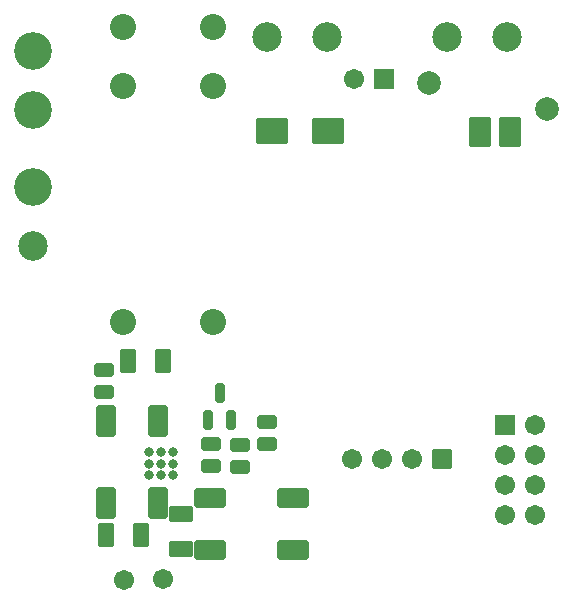
<source format=gts>
G04 Layer_Color=8388736*
%FSLAX25Y25*%
%MOIN*%
G70*
G01*
G75*
%ADD58C,0.12611*%
%ADD59C,0.06706*%
G04:AMPARAMS|DCode=60|XSize=31.62mil|YSize=65.09mil|CornerRadius=5.18mil|HoleSize=0mil|Usage=FLASHONLY|Rotation=180.000|XOffset=0mil|YOffset=0mil|HoleType=Round|Shape=RoundedRectangle|*
%AMROUNDEDRECTD60*
21,1,0.03162,0.05472,0,0,180.0*
21,1,0.02126,0.06509,0,0,180.0*
1,1,0.01036,-0.01063,0.02736*
1,1,0.01036,0.01063,0.02736*
1,1,0.01036,0.01063,-0.02736*
1,1,0.01036,-0.01063,-0.02736*
%
%ADD60ROUNDEDRECTD60*%
G04:AMPARAMS|DCode=61|XSize=106.42mil|YSize=67.06mil|CornerRadius=6.95mil|HoleSize=0mil|Usage=FLASHONLY|Rotation=180.000|XOffset=0mil|YOffset=0mil|HoleType=Round|Shape=RoundedRectangle|*
%AMROUNDEDRECTD61*
21,1,0.10642,0.05315,0,0,180.0*
21,1,0.09252,0.06706,0,0,180.0*
1,1,0.01391,-0.04626,0.02657*
1,1,0.01391,0.04626,0.02657*
1,1,0.01391,0.04626,-0.02657*
1,1,0.01391,-0.04626,-0.02657*
%
%ADD61ROUNDEDRECTD61*%
G04:AMPARAMS|DCode=62|XSize=106.42mil|YSize=67.06mil|CornerRadius=6.95mil|HoleSize=0mil|Usage=FLASHONLY|Rotation=90.000|XOffset=0mil|YOffset=0mil|HoleType=Round|Shape=RoundedRectangle|*
%AMROUNDEDRECTD62*
21,1,0.10642,0.05315,0,0,90.0*
21,1,0.09252,0.06706,0,0,90.0*
1,1,0.01391,0.02657,0.04626*
1,1,0.01391,0.02657,-0.04626*
1,1,0.01391,-0.02657,-0.04626*
1,1,0.01391,-0.02657,0.04626*
%
%ADD62ROUNDEDRECTD62*%
G04:AMPARAMS|DCode=63|XSize=47.37mil|YSize=63.91mil|CornerRadius=5.97mil|HoleSize=0mil|Usage=FLASHONLY|Rotation=270.000|XOffset=0mil|YOffset=0mil|HoleType=Round|Shape=RoundedRectangle|*
%AMROUNDEDRECTD63*
21,1,0.04737,0.05197,0,0,270.0*
21,1,0.03543,0.06391,0,0,270.0*
1,1,0.01194,-0.02598,-0.01772*
1,1,0.01194,-0.02598,0.01772*
1,1,0.01194,0.02598,0.01772*
1,1,0.01194,0.02598,-0.01772*
%
%ADD63ROUNDEDRECTD63*%
G04:AMPARAMS|DCode=64|XSize=53.67mil|YSize=79.65mil|CornerRadius=6.28mil|HoleSize=0mil|Usage=FLASHONLY|Rotation=0.000|XOffset=0mil|YOffset=0mil|HoleType=Round|Shape=RoundedRectangle|*
%AMROUNDEDRECTD64*
21,1,0.05367,0.06709,0,0,0.0*
21,1,0.04110,0.07965,0,0,0.0*
1,1,0.01257,0.02055,-0.03354*
1,1,0.01257,-0.02055,-0.03354*
1,1,0.01257,-0.02055,0.03354*
1,1,0.01257,0.02055,0.03354*
%
%ADD64ROUNDEDRECTD64*%
G04:AMPARAMS|DCode=65|XSize=53.67mil|YSize=79.65mil|CornerRadius=6.28mil|HoleSize=0mil|Usage=FLASHONLY|Rotation=90.000|XOffset=0mil|YOffset=0mil|HoleType=Round|Shape=RoundedRectangle|*
%AMROUNDEDRECTD65*
21,1,0.05367,0.06709,0,0,90.0*
21,1,0.04110,0.07965,0,0,90.0*
1,1,0.01257,0.03354,0.02055*
1,1,0.01257,0.03354,-0.02055*
1,1,0.01257,-0.03354,-0.02055*
1,1,0.01257,-0.03354,0.02055*
%
%ADD65ROUNDEDRECTD65*%
%ADD66R,0.06706X0.06706*%
%ADD67R,0.06706X0.06706*%
%ADD68C,0.06737*%
G04:AMPARAMS|DCode=69|XSize=67.37mil|YSize=67.37mil|CornerRadius=6.97mil|HoleSize=0mil|Usage=FLASHONLY|Rotation=180.000|XOffset=0mil|YOffset=0mil|HoleType=Round|Shape=RoundedRectangle|*
%AMROUNDEDRECTD69*
21,1,0.06737,0.05343,0,0,180.0*
21,1,0.05343,0.06737,0,0,180.0*
1,1,0.01394,-0.02672,0.02672*
1,1,0.01394,0.02672,0.02672*
1,1,0.01394,0.02672,-0.02672*
1,1,0.01394,-0.02672,-0.02672*
%
%ADD69ROUNDEDRECTD69*%
%ADD70C,0.07887*%
%ADD71C,0.09855*%
G04:AMPARAMS|DCode=72|XSize=74.93mil|YSize=98.55mil|CornerRadius=5.67mil|HoleSize=0mil|Usage=FLASHONLY|Rotation=180.000|XOffset=0mil|YOffset=0mil|HoleType=Round|Shape=RoundedRectangle|*
%AMROUNDEDRECTD72*
21,1,0.07493,0.08721,0,0,180.0*
21,1,0.06358,0.09855,0,0,180.0*
1,1,0.01135,-0.03179,0.04360*
1,1,0.01135,0.03179,0.04360*
1,1,0.01135,0.03179,-0.04360*
1,1,0.01135,-0.03179,-0.04360*
%
%ADD72ROUNDEDRECTD72*%
G04:AMPARAMS|DCode=73|XSize=106.42mil|YSize=86.74mil|CornerRadius=5.97mil|HoleSize=0mil|Usage=FLASHONLY|Rotation=180.000|XOffset=0mil|YOffset=0mil|HoleType=Round|Shape=RoundedRectangle|*
%AMROUNDEDRECTD73*
21,1,0.10642,0.07480,0,0,180.0*
21,1,0.09449,0.08674,0,0,180.0*
1,1,0.01194,-0.04724,0.03740*
1,1,0.01194,0.04724,0.03740*
1,1,0.01194,0.04724,-0.03740*
1,1,0.01194,-0.04724,-0.03740*
%
%ADD73ROUNDEDRECTD73*%
%ADD74C,0.08674*%
%ADD75C,0.03162*%
D58*
X132000Y310685D02*
D03*
Y291000D02*
D03*
X131812Y265337D02*
D03*
D59*
X162205Y134350D02*
D03*
X175197Y134449D02*
D03*
X238819Y301279D02*
D03*
X289370Y175984D02*
D03*
Y165984D02*
D03*
Y155984D02*
D03*
X299370Y185984D02*
D03*
Y175984D02*
D03*
Y165984D02*
D03*
Y155984D02*
D03*
D60*
X190453Y187402D02*
D03*
X197933D02*
D03*
X194193Y196653D02*
D03*
D61*
X218504Y144095D02*
D03*
Y161417D02*
D03*
X190945D02*
D03*
Y144095D02*
D03*
D62*
X156299Y159744D02*
D03*
X173622D02*
D03*
Y187303D02*
D03*
X156299D02*
D03*
D63*
X155760Y204362D02*
D03*
Y197000D02*
D03*
X210067Y186862D02*
D03*
Y179500D02*
D03*
X200839Y179362D02*
D03*
Y172000D02*
D03*
X191386Y172114D02*
D03*
Y179476D02*
D03*
D64*
X175345Y207333D02*
D03*
X163731D02*
D03*
X167963Y149164D02*
D03*
X156349D02*
D03*
D65*
X181348Y156152D02*
D03*
Y144538D02*
D03*
D66*
X248819Y301279D02*
D03*
D67*
X289370Y185984D02*
D03*
D68*
X238327Y174606D02*
D03*
X248327D02*
D03*
X258327D02*
D03*
D69*
X268327D02*
D03*
D70*
X303256Y291165D02*
D03*
X263886Y299827D02*
D03*
D71*
X131800Y245400D02*
D03*
Y265085D02*
D03*
X132000Y291000D02*
D03*
Y310685D02*
D03*
X209823Y315354D02*
D03*
X229823D02*
D03*
X289823D02*
D03*
X269823D02*
D03*
D72*
X291000Y283500D02*
D03*
X281000D02*
D03*
D73*
X230213Y284000D02*
D03*
X211787D02*
D03*
D74*
X192000Y298917D02*
D03*
X162079D02*
D03*
X192000Y318602D02*
D03*
X162079D02*
D03*
Y220177D02*
D03*
X192000D02*
D03*
D75*
X178642Y176969D02*
D03*
X170472D02*
D03*
X178642Y173000D02*
D03*
X170472D02*
D03*
X178642Y169095D02*
D03*
X170472D02*
D03*
X174705D02*
D03*
Y173000D02*
D03*
Y176969D02*
D03*
M02*

</source>
